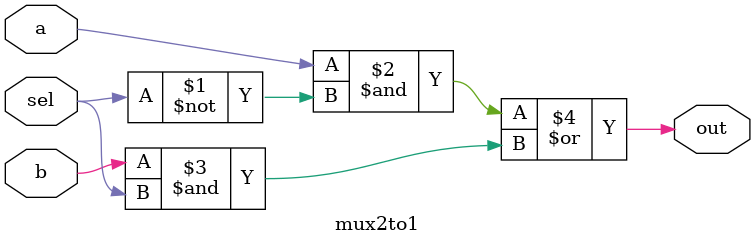
<source format=sv>
module mux2to1 (
    input logic a, b, sel,
    output logic out
);
    assign out = (a & ~sel) | (b & sel);
endmodule

</source>
